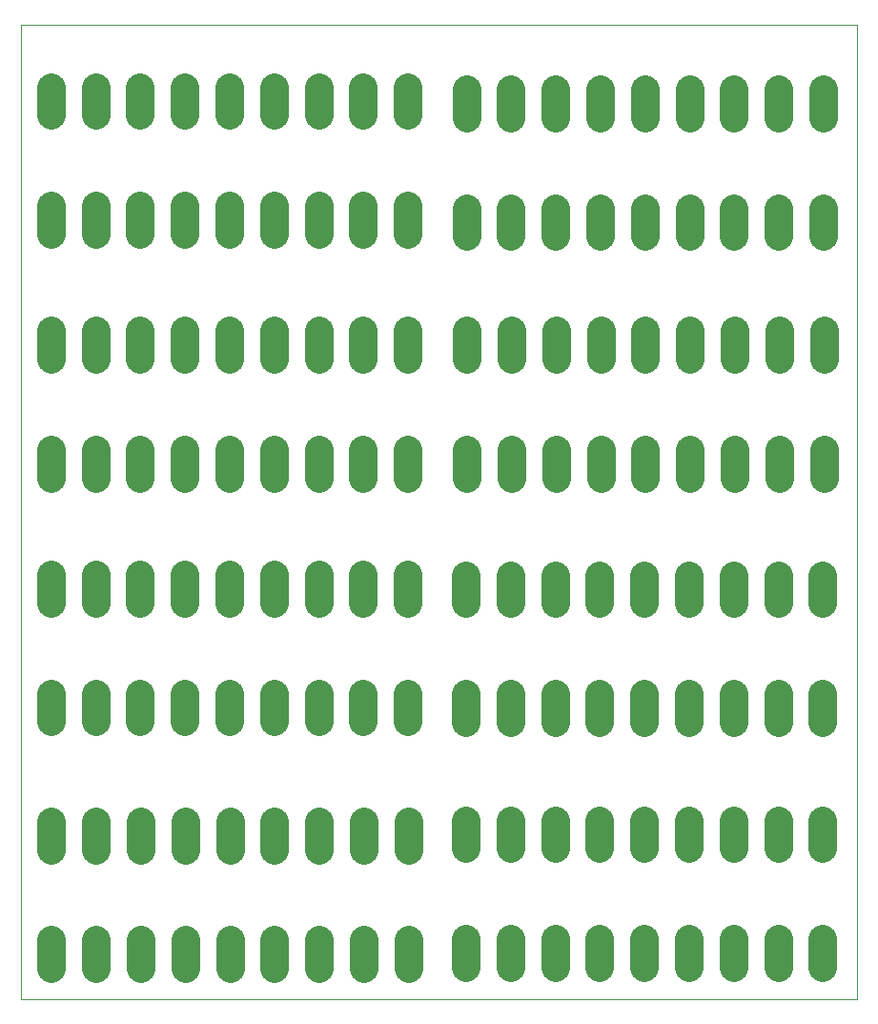
<source format=gbl>
G75*
%MOIN*%
%OFA0B0*%
%FSLAX25Y25*%
%IPPOS*%
%LPD*%
%AMOC8*
5,1,8,0,0,1.08239X$1,22.5*
%
%ADD10C,0.00000*%
%ADD11C,0.09900*%
D10*
X0003769Y0015385D02*
X0003769Y0356291D01*
X0296131Y0356133D01*
X0296052Y0015385D01*
X0003769Y0015385D01*
D11*
X0014597Y0026183D02*
X0014597Y0036083D01*
X0030197Y0036083D02*
X0030197Y0026183D01*
X0045797Y0026183D02*
X0045797Y0036083D01*
X0061397Y0036083D02*
X0061397Y0026183D01*
X0076997Y0026183D02*
X0076997Y0036083D01*
X0092597Y0036083D02*
X0092597Y0026183D01*
X0108197Y0026183D02*
X0108197Y0036083D01*
X0123797Y0036083D02*
X0123797Y0026183D01*
X0139397Y0026183D02*
X0139397Y0036083D01*
X0159479Y0036477D02*
X0159479Y0026577D01*
X0175079Y0026577D02*
X0175079Y0036477D01*
X0190679Y0036477D02*
X0190679Y0026577D01*
X0206279Y0026577D02*
X0206279Y0036477D01*
X0221879Y0036477D02*
X0221879Y0026577D01*
X0237479Y0026577D02*
X0237479Y0036477D01*
X0253079Y0036477D02*
X0253079Y0026577D01*
X0268679Y0026577D02*
X0268679Y0036477D01*
X0284279Y0036477D02*
X0284279Y0026577D01*
X0284279Y0068112D02*
X0284279Y0078012D01*
X0268679Y0078012D02*
X0268679Y0068112D01*
X0253079Y0068112D02*
X0253079Y0078012D01*
X0237479Y0078012D02*
X0237479Y0068112D01*
X0221879Y0068112D02*
X0221879Y0078012D01*
X0206279Y0078012D02*
X0206279Y0068112D01*
X0190679Y0068112D02*
X0190679Y0078012D01*
X0175079Y0078012D02*
X0175079Y0068112D01*
X0159479Y0068112D02*
X0159479Y0078012D01*
X0139397Y0077422D02*
X0139397Y0067522D01*
X0123797Y0067522D02*
X0123797Y0077422D01*
X0108197Y0077422D02*
X0108197Y0067522D01*
X0092597Y0067522D02*
X0092597Y0077422D01*
X0076997Y0077422D02*
X0076997Y0067522D01*
X0061397Y0067522D02*
X0061397Y0077422D01*
X0045797Y0077422D02*
X0045797Y0067522D01*
X0030197Y0067522D02*
X0030197Y0077422D01*
X0014597Y0077422D02*
X0014597Y0067522D01*
X0014400Y0112404D02*
X0014400Y0122304D01*
X0030000Y0122304D02*
X0030000Y0112404D01*
X0045600Y0112404D02*
X0045600Y0122304D01*
X0061200Y0122304D02*
X0061200Y0112404D01*
X0076800Y0112404D02*
X0076800Y0122304D01*
X0092400Y0122304D02*
X0092400Y0112404D01*
X0108000Y0112404D02*
X0108000Y0122304D01*
X0123600Y0122304D02*
X0123600Y0112404D01*
X0139200Y0112404D02*
X0139200Y0122304D01*
X0159479Y0122107D02*
X0159479Y0112207D01*
X0175079Y0112207D02*
X0175079Y0122107D01*
X0190679Y0122107D02*
X0190679Y0112207D01*
X0206279Y0112207D02*
X0206279Y0122107D01*
X0221879Y0122107D02*
X0221879Y0112207D01*
X0237479Y0112207D02*
X0237479Y0122107D01*
X0253079Y0122107D02*
X0253079Y0112207D01*
X0268679Y0112207D02*
X0268679Y0122107D01*
X0284279Y0122107D02*
X0284279Y0112207D01*
X0284279Y0153742D02*
X0284279Y0163642D01*
X0268679Y0163642D02*
X0268679Y0153742D01*
X0253079Y0153742D02*
X0253079Y0163642D01*
X0237479Y0163642D02*
X0237479Y0153742D01*
X0221879Y0153742D02*
X0221879Y0163642D01*
X0206279Y0163642D02*
X0206279Y0153742D01*
X0190679Y0153742D02*
X0190679Y0163642D01*
X0175079Y0163642D02*
X0175079Y0153742D01*
X0159479Y0153742D02*
X0159479Y0163642D01*
X0139200Y0163839D02*
X0139200Y0153939D01*
X0123600Y0153939D02*
X0123600Y0163839D01*
X0108000Y0163839D02*
X0108000Y0153939D01*
X0092400Y0153939D02*
X0092400Y0163839D01*
X0076800Y0163839D02*
X0076800Y0153939D01*
X0061200Y0153939D02*
X0061200Y0163839D01*
X0045600Y0163839D02*
X0045600Y0153939D01*
X0030000Y0153939D02*
X0030000Y0163839D01*
X0014400Y0163839D02*
X0014400Y0153939D01*
X0014400Y0197640D02*
X0014400Y0207540D01*
X0030000Y0207540D02*
X0030000Y0197640D01*
X0045600Y0197640D02*
X0045600Y0207540D01*
X0061200Y0207540D02*
X0061200Y0197640D01*
X0076800Y0197640D02*
X0076800Y0207540D01*
X0092400Y0207540D02*
X0092400Y0197640D01*
X0108000Y0197640D02*
X0108000Y0207540D01*
X0123600Y0207540D02*
X0123600Y0197640D01*
X0139200Y0197640D02*
X0139200Y0207540D01*
X0159872Y0207540D02*
X0159872Y0197640D01*
X0175472Y0197640D02*
X0175472Y0207540D01*
X0191072Y0207540D02*
X0191072Y0197640D01*
X0206672Y0197640D02*
X0206672Y0207540D01*
X0222272Y0207540D02*
X0222272Y0197640D01*
X0237872Y0197640D02*
X0237872Y0207540D01*
X0253472Y0207540D02*
X0253472Y0197640D01*
X0269072Y0197640D02*
X0269072Y0207540D01*
X0284672Y0207540D02*
X0284672Y0197640D01*
X0284672Y0239175D02*
X0284672Y0249075D01*
X0269072Y0249075D02*
X0269072Y0239175D01*
X0253472Y0239175D02*
X0253472Y0249075D01*
X0237872Y0249075D02*
X0237872Y0239175D01*
X0222272Y0239175D02*
X0222272Y0249075D01*
X0206672Y0249075D02*
X0206672Y0239175D01*
X0191072Y0239175D02*
X0191072Y0249075D01*
X0175472Y0249075D02*
X0175472Y0239175D01*
X0159872Y0239175D02*
X0159872Y0249075D01*
X0139200Y0249075D02*
X0139200Y0239175D01*
X0123600Y0239175D02*
X0123600Y0249075D01*
X0108000Y0249075D02*
X0108000Y0239175D01*
X0092400Y0239175D02*
X0092400Y0249075D01*
X0076800Y0249075D02*
X0076800Y0239175D01*
X0061200Y0239175D02*
X0061200Y0249075D01*
X0045600Y0249075D02*
X0045600Y0239175D01*
X0030000Y0239175D02*
X0030000Y0249075D01*
X0014400Y0249075D02*
X0014400Y0239175D01*
X0014400Y0282876D02*
X0014400Y0292776D01*
X0030000Y0292776D02*
X0030000Y0282876D01*
X0045600Y0282876D02*
X0045600Y0292776D01*
X0061200Y0292776D02*
X0061200Y0282876D01*
X0076800Y0282876D02*
X0076800Y0292776D01*
X0092400Y0292776D02*
X0092400Y0282876D01*
X0108000Y0282876D02*
X0108000Y0292776D01*
X0123600Y0292776D02*
X0123600Y0282876D01*
X0139200Y0282876D02*
X0139200Y0292776D01*
X0159676Y0291989D02*
X0159676Y0282089D01*
X0175276Y0282089D02*
X0175276Y0291989D01*
X0190876Y0291989D02*
X0190876Y0282089D01*
X0206476Y0282089D02*
X0206476Y0291989D01*
X0222076Y0291989D02*
X0222076Y0282089D01*
X0237676Y0282089D02*
X0237676Y0291989D01*
X0253276Y0291989D02*
X0253276Y0282089D01*
X0268876Y0282089D02*
X0268876Y0291989D01*
X0284476Y0291989D02*
X0284476Y0282089D01*
X0284476Y0323624D02*
X0284476Y0333524D01*
X0268876Y0333524D02*
X0268876Y0323624D01*
X0253276Y0323624D02*
X0253276Y0333524D01*
X0237676Y0333524D02*
X0237676Y0323624D01*
X0222076Y0323624D02*
X0222076Y0333524D01*
X0206476Y0333524D02*
X0206476Y0323624D01*
X0190876Y0323624D02*
X0190876Y0333524D01*
X0175276Y0333524D02*
X0175276Y0323624D01*
X0159676Y0323624D02*
X0159676Y0333524D01*
X0139200Y0334312D02*
X0139200Y0324412D01*
X0123600Y0324412D02*
X0123600Y0334312D01*
X0108000Y0334312D02*
X0108000Y0324412D01*
X0092400Y0324412D02*
X0092400Y0334312D01*
X0076800Y0334312D02*
X0076800Y0324412D01*
X0061200Y0324412D02*
X0061200Y0334312D01*
X0045600Y0334312D02*
X0045600Y0324412D01*
X0030000Y0324412D02*
X0030000Y0334312D01*
X0014400Y0334312D02*
X0014400Y0324412D01*
M02*

</source>
